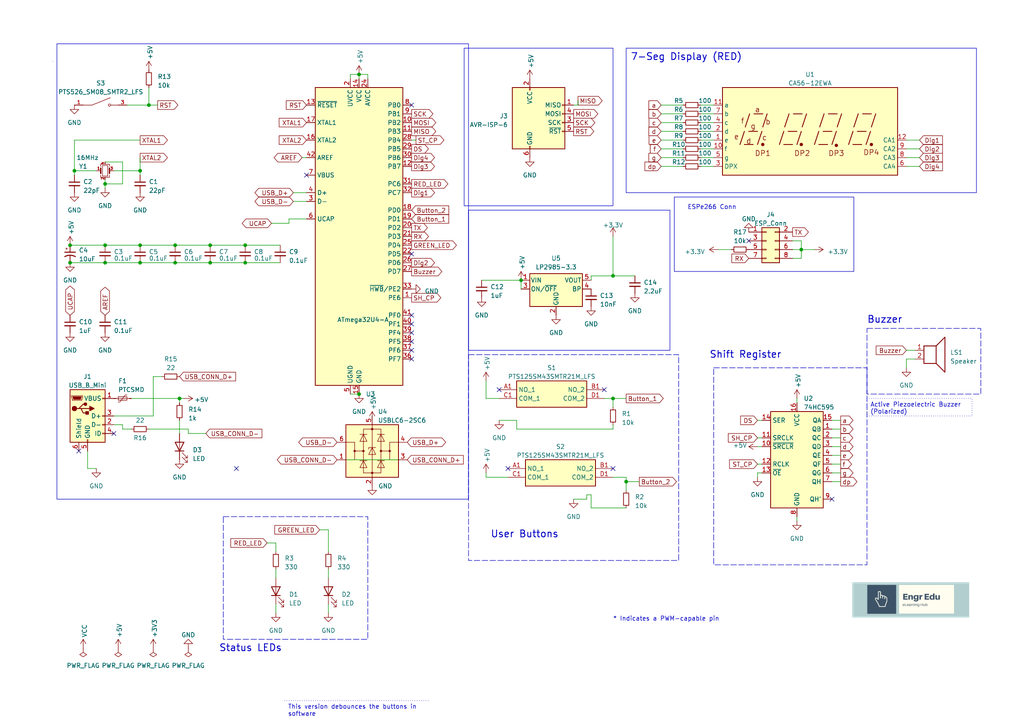
<source format=kicad_sch>
(kicad_sch (version 20230121) (generator eeschema)
  (paper "A4")
  (title_block (title "Arduino Uno Shield") (date "2023-03-22") (rev "1.0"))
  (junction (at 71.12 71.12))
  (junction (at 50.8 76.2))
  (junction (at 21.59 49.53))
  (junction (at 30.48 76.2))
  (junction (at 60.96 71.12))
  (junction (at 30.48 71.12))
  (junction (at 232.41 72.39))
  (junction (at 50.8 71.12))
  (junction (at 60.96 76.2))
  (junction (at 181.61 139.7))
  (junction (at 104.14 114.3))
  (junction (at 40.64 49.53))
  (junction (at 40.64 76.2))
  (junction (at 40.64 71.12))
  (junction (at 71.12 76.2))
  (junction (at 20.32 76.2))
  (junction (at 104.14 21.59))
  (junction (at 151.13 81.28))
  (junction (at 43.18 30.48))
  (junction (at 30.48 53.34))
  (junction (at 20.32 71.12))
  (junction (at 177.8 115.57))
  (junction (at 52.07 115.57))
  (junction (at 177.8 80.01))
  (no_connect (at 119.38 93.98))
  (no_connect (at 241.3 144.78))
  (no_connect (at 119.38 96.52))
  (no_connect (at 144.78 113.03))
  (no_connect (at 217.17 69.85))
  (no_connect (at 22.86 130.81))
  (no_connect (at 177.8 135.89))
  (no_connect (at 119.38 91.44))
  (no_connect (at 119.38 73.66))
  (no_connect (at 175.26 113.03))
  (no_connect (at 88.9 50.8))
  (no_connect (at 147.32 135.89))
  (no_connect (at 119.38 101.6))
  (no_connect (at 119.38 99.06))
  (no_connect (at 68.58 135.89))
  (no_connect (at 119.38 104.14))
  (no_connect (at 33.02 125.73))
  (no_connect (at 119.38 30.48))
  (wire (pts (xy 171.45 80.01) (xy 171.45 81.28)))
  (wire (pts (xy 44.45 120.65) (xy 44.45 109.22)))
  (wire (pts (xy 177.8 68.58) (xy 177.8 80.01)))
  (wire (pts (xy 231.14 149.86) (xy 231.14 151.13)))
  (wire (pts (xy 181.61 139.7) (xy 181.61 142.24)))
  (wire (pts (xy 203.2 35.56) (xy 207.01 35.56)))
  (wire (pts (xy 35.56 123.19) (xy 35.56 124.46)))
  (wire (pts (xy 20.32 76.2) (xy 30.48 76.2)))
  (wire (pts (xy 21.59 40.64) (xy 40.64 40.64)))
  (wire (pts (xy 30.48 53.34) (xy 30.48 52.07)))
  (wire (pts (xy 262.89 104.14) (xy 262.89 106.68)))
  (wire (pts (xy 71.12 76.2) (xy 81.28 76.2)))
  (wire (pts (xy 241.3 121.92) (xy 243.84 121.92)))
  (wire (pts (xy 232.41 72.39) (xy 232.41 74.93)))
  (wire (pts (xy 50.8 71.12) (xy 60.96 71.12)))
  (wire (pts (xy 181.61 139.7) (xy 185.42 139.7)))
  (wire (pts (xy 104.14 21.59) (xy 104.14 22.86)))
  (wire (pts (xy 144.78 115.57) (xy 140.97 115.57)))
  (wire (pts (xy 177.8 115.57) (xy 177.8 118.11)))
  (wire (pts (xy 80.01 165.1) (xy 80.01 167.64)))
  (wire (pts (xy 27.94 135.89) (xy 25.4 135.89)))
  (wire (pts (xy 151.13 83.82) (xy 151.13 81.28)))
  (wire (pts (xy 38.1 115.57) (xy 52.07 115.57)))
  (wire (pts (xy 106.68 22.86) (xy 106.68 21.59)))
  (wire (pts (xy 60.96 71.12) (xy 71.12 71.12)))
  (wire (pts (xy 219.71 127) (xy 220.98 127)))
  (wire (pts (xy 118.11 133.35) (xy 97.79 133.35)))
  (wire (pts (xy 177.8 80.01) (xy 171.45 80.01)))
  (wire (pts (xy 85.09 58.42) (xy 88.9 58.42)))
  (wire (pts (xy 52.07 116.84) (xy 52.07 115.57)))
  (wire (pts (xy 107.95 120.65) (xy 107.95 121.92)))
  (wire (pts (xy 83.82 64.77) (xy 83.82 63.5)))
  (wire (pts (xy 21.59 49.53) (xy 21.59 50.8)))
  (wire (pts (xy 191.77 35.56) (xy 198.12 35.56)))
  (wire (pts (xy 262.89 101.6) (xy 265.43 101.6)))
  (wire (pts (xy 171.45 143.51) (xy 170.18 143.51)))
  (wire (pts (xy 262.89 43.18) (xy 266.7 43.18)))
  (wire (pts (xy 21.59 49.53) (xy 21.59 40.64)))
  (wire (pts (xy 95.25 153.67) (xy 95.25 160.02)))
  (wire (pts (xy 191.77 33.02) (xy 198.12 33.02)))
  (wire (pts (xy 36.83 30.48) (xy 43.18 30.48)))
  (wire (pts (xy 101.6 114.3) (xy 104.14 114.3)))
  (wire (pts (xy 27.94 49.53) (xy 21.59 49.53)))
  (wire (pts (xy 220.98 137.16) (xy 219.71 137.16)))
  (wire (pts (xy 170.18 144.78) (xy 166.37 144.78)))
  (wire (pts (xy 184.15 80.01) (xy 177.8 80.01)))
  (wire (pts (xy 120.65 40.64) (xy 119.38 40.64)))
  (wire (pts (xy 170.18 143.51) (xy 170.18 144.78)))
  (wire (pts (xy 95.25 165.1) (xy 95.25 167.64)))
  (wire (pts (xy 191.77 40.64) (xy 198.12 40.64)))
  (wire (pts (xy 231.14 115.57) (xy 231.14 116.84)))
  (wire (pts (xy 43.18 124.46) (xy 54.61 124.46)))
  (wire (pts (xy 92.71 153.67) (xy 95.25 153.67)))
  (wire (pts (xy 35.56 46.99) (xy 35.56 53.34)))
  (wire (pts (xy 30.48 46.99) (xy 35.56 46.99)))
  (wire (pts (xy 33.02 120.65) (xy 44.45 120.65)))
  (wire (pts (xy 25.4 135.89) (xy 25.4 130.81)))
  (wire (pts (xy 191.77 43.18) (xy 198.12 43.18)))
  (wire (pts (xy 219.71 121.92) (xy 220.98 121.92)))
  (wire (pts (xy 203.2 30.48) (xy 207.01 30.48)))
  (wire (pts (xy 54.61 124.46) (xy 54.61 125.73)))
  (wire (pts (xy 177.8 115.57) (xy 181.61 115.57)))
  (wire (pts (xy 229.87 72.39) (xy 232.41 72.39)))
  (wire (pts (xy 60.96 76.2) (xy 71.12 76.2)))
  (wire (pts (xy 54.61 125.73) (xy 59.69 125.73)))
  (wire (pts (xy 181.61 138.43) (xy 181.61 139.7)))
  (wire (pts (xy 95.25 175.26) (xy 95.25 177.8)))
  (wire (pts (xy 241.3 134.62) (xy 243.84 134.62)))
  (wire (pts (xy 262.89 45.72) (xy 266.7 45.72)))
  (wire (pts (xy 219.71 129.54) (xy 220.98 129.54)))
  (wire (pts (xy 203.2 38.1) (xy 207.01 38.1)))
  (wire (pts (xy 175.26 115.57) (xy 177.8 115.57)))
  (wire (pts (xy 83.82 63.5) (xy 88.9 63.5)))
  (wire (pts (xy 139.7 81.28) (xy 151.13 81.28)))
  (wire (pts (xy 101.6 21.59) (xy 104.14 21.59)))
  (wire (pts (xy 191.77 48.26) (xy 198.12 48.26)))
  (wire (pts (xy 265.43 104.14) (xy 262.89 104.14)))
  (wire (pts (xy 43.18 30.48) (xy 45.72 30.48)))
  (wire (pts (xy 44.45 109.22) (xy 46.99 109.22)))
  (wire (pts (xy 149.86 121.92) (xy 144.78 121.92)))
  (wire (pts (xy 33.02 123.19) (xy 35.56 123.19)))
  (wire (pts (xy 167.64 30.48) (xy 166.37 30.48)))
  (wire (pts (xy 208.28 72.39) (xy 212.09 72.39)))
  (wire (pts (xy 236.22 72.39) (xy 232.41 72.39)))
  (wire (pts (xy 167.64 30.48) (xy 167.64 29.21)))
  (wire (pts (xy 43.18 25.4) (xy 43.18 30.48)))
  (wire (pts (xy 219.71 137.16) (xy 219.71 138.43)))
  (wire (pts (xy 203.2 45.72) (xy 207.01 45.72)))
  (wire (pts (xy 177.8 124.46) (xy 177.8 123.19)))
  (wire (pts (xy 241.3 127) (xy 243.84 127)))
  (wire (pts (xy 203.2 33.02) (xy 207.01 33.02)))
  (wire (pts (xy 191.77 38.1) (xy 198.12 38.1)))
  (wire (pts (xy 232.41 69.85) (xy 232.41 72.39)))
  (wire (pts (xy 203.2 43.18) (xy 207.01 43.18)))
  (wire (pts (xy 40.64 71.12) (xy 50.8 71.12)))
  (wire (pts (xy 149.86 124.46) (xy 149.86 121.92)))
  (wire (pts (xy 40.64 76.2) (xy 50.8 76.2)))
  (wire (pts (xy 241.3 129.54) (xy 243.84 129.54)))
  (wire (pts (xy 171.45 147.32) (xy 181.61 147.32)))
  (wire (pts (xy 78.74 64.77) (xy 83.82 64.77)))
  (wire (pts (xy 262.89 48.26) (xy 266.7 48.26)))
  (wire (pts (xy 241.3 132.08) (xy 243.84 132.08)))
  (wire (pts (xy 40.64 49.53) (xy 40.64 50.8)))
  (wire (pts (xy 140.97 115.57) (xy 140.97 110.49)))
  (wire (pts (xy 106.68 21.59) (xy 104.14 21.59)))
  (wire (pts (xy 241.3 124.46) (xy 243.84 124.46)))
  (wire (pts (xy 50.8 76.2) (xy 60.96 76.2)))
  (wire (pts (xy 232.41 74.93) (xy 229.87 74.93)))
  (wire (pts (xy 229.87 69.85) (xy 232.41 69.85)))
  (wire (pts (xy 171.45 147.32) (xy 171.45 143.51)))
  (wire (pts (xy 40.64 45.72) (xy 40.64 49.53)))
  (wire (pts (xy 191.77 30.48) (xy 198.12 30.48)))
  (wire (pts (xy 191.77 45.72) (xy 198.12 45.72)))
  (wire (pts (xy 53.34 115.57) (xy 52.07 115.57)))
  (wire (pts (xy 30.48 53.34) (xy 30.48 54.61)))
  (wire (pts (xy 80.01 157.48) (xy 80.01 160.02)))
  (wire (pts (xy 80.01 175.26) (xy 80.01 177.8)))
  (wire (pts (xy 71.12 71.12) (xy 81.28 71.12)))
  (wire (pts (xy 35.56 124.46) (xy 38.1 124.46)))
  (wire (pts (xy 140.97 138.43) (xy 140.97 137.16)))
  (wire (pts (xy 35.56 53.34) (xy 30.48 53.34)))
  (wire (pts (xy 149.86 124.46) (xy 177.8 124.46)))
  (wire (pts (xy 52.07 121.92) (xy 52.07 125.73)))
  (wire (pts (xy 30.48 71.12) (xy 40.64 71.12)))
  (wire (pts (xy 33.02 49.53) (xy 40.64 49.53)))
  (wire (pts (xy 101.6 22.86) (xy 101.6 21.59)))
  (wire (pts (xy 203.2 40.64) (xy 207.01 40.64)))
  (wire (pts (xy 181.61 138.43) (xy 177.8 138.43)))
  (wire (pts (xy 241.3 139.7) (xy 243.84 139.7)))
  (wire (pts (xy 85.09 55.88) (xy 88.9 55.88)))
  (wire (pts (xy 20.32 71.12) (xy 30.48 71.12)))
  (wire (pts (xy 30.48 76.2) (xy 40.64 76.2)))
  (wire (pts (xy 262.89 40.64) (xy 266.7 40.64)))
  (wire (pts (xy 147.32 138.43) (xy 140.97 138.43)))
  (wire (pts (xy 219.71 134.62) (xy 220.98 134.62)))
  (wire (pts (xy 87.63 45.72) (xy 88.9 45.72)))
  (wire (pts (xy 77.47 157.48) (xy 80.01 157.48)))
  (wire (pts (xy 241.3 137.16) (xy 243.84 137.16)))
  (wire (pts (xy 203.2 48.26) (xy 207.01 48.26)))
  (rectangle (start 135.89 60.96) (end 194.31 101.6))
  (rectangle (start 195.58 57.15) (end 247.65 78.74))
  (rectangle (start 283.21 55.88) (end 181.61 13.97))
  (rectangle (start 64.77 149.86) (end 106.68 185.42) (stroke (width 0) (type dash)))
  (rectangle (start 15.24 17.78) (end 15.24 17.78))
  (rectangle (start 251.46 95.25) (end 284.48 114.3) (stroke (width 0) (type dash)))
  (rectangle (start 135.89 102.87) (end 196.85 162.56) (stroke (width 0) (type dash)))
  (rectangle (start 134.62 13.97) (end 177.8 59.69))
  (rectangle (start 207.01 106.68) (end 251.46 163.83) (stroke (width 0) (type dash)))
  (rectangle (start 16.51 12.7) (end 135.89 144.78))
  (image (at 264.16 173.99) (scale 0.800628))
  (text_box "Active Piezoelectric Buzzer (Polarized)" (at 251.46 115.57 0) (size 30.48 5.08) (stroke (width 0) (type dot)) (effects (font (size 1.27 1.27)) (justify left top)))
  (text_box "This version debounces the buttons in software" (at 82.55 203.2 0) (size 41.91 0) (stroke (width 0) (type dot)) (effects (font (size 1.27 1.27)) (justify left top)))
  (text "Shift Register" (at 205.74 104.14 0) (effects (font (size 2 2) (thickness 0.254) bold) (justify left bottom)))
  (text "ESPe266 Conn" (at 199.39 60.96 0) (effects (font (size 1.27 1.27)) (justify left bottom)))
  (text "Status LEDs" (at 63.5 189.23 0) (effects (font (size 2 2) (thickness 0.254) bold) (justify left bottom)))
  (text "User Buttons" (at 142.24 156.21 0) (effects (font (size 2 2) (thickness 0.254) bold) (justify left bottom)))
  (text "Buzzer" (at 251.46 93.98 0) (effects (font (size 2 2) (thickness 0.254) bold) (justify left bottom)))
  (text "* Indicates a PWM-capable pin" (at 177.8 180.34 0) (effects (font (size 1.27 1.27)) (justify left bottom)))
  (text "7-Seg Display (RED)" (at 182.88 17.78 0) (effects (font (size 2 2) (thickness 0.254) bold) (justify left bottom)))
  (global_label "TX" (shape output) (at 119.38 66.04 0) (property "Intersheetrefs" "${INTERSHEET_REFS}" (effects hide)))
  (global_label "MISO" (shape output) (at 167.64 29.21 0) (property "Intersheetrefs" "${INTERSHEET_REFS}" (effects hide)))
  (global_label "e" (shape output) (at 243.84 132.08 0) (property "Intersheetrefs" "${INTERSHEET_REFS}" (effects hide)))
  (global_label "Button_1" (shape output) (at 181.61 115.57 0) (property "Intersheetrefs" "${INTERSHEET_REFS}" (effects hide)))
  (global_label "RST" (shape output) (at 45.72 30.48 0) (property "Intersheetrefs" "${INTERSHEET_REFS}" (effects hide)))
  (global_label "Button_1" (shape input) (at 119.38 63.5 0) (property "Intersheetrefs" "${INTERSHEET_REFS}" (effects hide)))
  (global_label "USB_CONN_D-" (shape input) (at 59.69 125.73 0) (property "Intersheetrefs" "${INTERSHEET_REFS}" (effects hide)))
  (global_label "SCK" (shape output) (at 166.37 35.56 0) (property "Intersheetrefs" "${INTERSHEET_REFS}" (effects hide)))
  (global_label "XTAL2" (shape input) (at 88.9 40.64 180) (property "Intersheetrefs" "${INTERSHEET_REFS}" (effects hide)))
  (global_label "g" (shape output) (at 243.84 137.16 0) (property "Intersheetrefs" "${INTERSHEET_REFS}" (effects hide)))
  (global_label "dp" (shape output) (at 243.84 139.7 0) (property "Intersheetrefs" "${INTERSHEET_REFS}" (effects hide)))
  (global_label "TX" (shape output) (at 229.87 67.31 0) (property "Intersheetrefs" "${INTERSHEET_REFS}" (effects hide)))
  (global_label "RST" (shape output) (at 166.37 38.1 0) (property "Intersheetrefs" "${INTERSHEET_REFS}" (effects hide)))
  (global_label "SCK" (shape output) (at 119.38 33.02 0) (property "Intersheetrefs" "${INTERSHEET_REFS}" (effects hide)))
  (global_label "USB_D+" (shape bidirectional) (at 118.11 128.27 0) (property "Intersheetrefs" "${INTERSHEET_REFS}" (effects hide)))
  (global_label "ST_CP" (shape output) (at 120.65 40.64 0) (property "Intersheetrefs" "${INTERSHEET_REFS}" (effects hide)))
  (global_label "b" (shape input) (at 191.77 33.02 180) (property "Intersheetrefs" "${INTERSHEET_REFS}" (effects hide)))
  (global_label "USB_D-" (shape bidirectional) (at 97.79 128.27 180) (property "Intersheetrefs" "${INTERSHEET_REFS}" (effects hide)))
  (global_label "f" (shape output) (at 243.84 134.62 0) (property "Intersheetrefs" "${INTERSHEET_REFS}" (effects hide)))
  (global_label "ST_CP" (shape input) (at 219.71 134.62 180) (property "Intersheetrefs" "${INTERSHEET_REFS}" (effects hide)))
  (global_label "d" (shape input) (at 191.77 38.1 180) (property "Intersheetrefs" "${INTERSHEET_REFS}" (effects hide)))
  (global_label "USB_CONN_D+" (shape input) (at 118.11 133.35 0) (property "Intersheetrefs" "${INTERSHEET_REFS}" (effects hide)))
  (global_label "UCAP" (shape bidirectional) (at 20.32 91.44 90) (property "Intersheetrefs" "${INTERSHEET_REFS}" (effects hide)))
  (global_label "a" (shape input) (at 191.77 30.48 180) (property "Intersheetrefs" "${INTERSHEET_REFS}" (effects hide)))
  (global_label "RX" (shape input) (at 217.17 74.93 180) (property "Intersheetrefs" "${INTERSHEET_REFS}" (effects hide)))
  (global_label "USB_CONN_D+" (shape input) (at 52.07 109.22 0) (property "Intersheetrefs" "${INTERSHEET_REFS}" (effects hide)))
  (global_label "USB_CONN_D-" (shape bidirectional) (at 97.79 133.35 180) (property "Intersheetrefs" "${INTERSHEET_REFS}" (effects hide)))
  (global_label "c" (shape output) (at 243.84 127 0) (property "Intersheetrefs" "${INTERSHEET_REFS}" (effects hide)))
  (global_label "Dig1" (shape output) (at 119.38 55.88 0) (property "Intersheetrefs" "${INTERSHEET_REFS}" (effects hide)))
  (global_label "XTAL2" (shape output) (at 40.64 45.72 0) (property "Intersheetrefs" "${INTERSHEET_REFS}" (effects hide)))
  (global_label "Buzzer" (shape output) (at 119.38 78.74 0) (property "Intersheetrefs" "${INTERSHEET_REFS}" (effects hide)))
  (global_label "g" (shape input) (at 191.77 45.72 180) (property "Intersheetrefs" "${INTERSHEET_REFS}" (effects hide)))
  (global_label "Button_2" (shape input) (at 119.38 60.96 0) (property "Intersheetrefs" "${INTERSHEET_REFS}" (effects hide)))
  (global_label "Dig1" (shape input) (at 266.7 40.64 0) (property "Intersheetrefs" "${INTERSHEET_REFS}" (effects hide)))
  (global_label "Dig4" (shape output) (at 119.38 45.72 0) (property "Intersheetrefs" "${INTERSHEET_REFS}" (effects hide)))
  (global_label "USB_D+" (shape bidirectional) (at 85.09 55.88 180) (property "Intersheetrefs" "${INTERSHEET_REFS}" (effects hide)))
  (global_label "GREEN_LED" (shape input) (at 92.71 153.67 180) (property "Intersheetrefs" "${INTERSHEET_REFS}" (effects hide)))
  (global_label "a" (shape output) (at 243.84 121.92 0) (property "Intersheetrefs" "${INTERSHEET_REFS}" (effects hide)))
  (global_label "SH_CP" (shape output) (at 119.38 86.36 0) (property "Intersheetrefs" "${INTERSHEET_REFS}" (effects hide)))
  (global_label "MISO" (shape output) (at 119.38 38.1 0) (property "Intersheetrefs" "${INTERSHEET_REFS}" (effects hide)))
  (global_label "Dig2" (shape input) (at 266.7 43.18 0) (property "Intersheetrefs" "${INTERSHEET_REFS}" (effects hide)))
  (global_label "Dig3" (shape output) (at 119.38 48.26 0) (property "Intersheetrefs" "${INTERSHEET_REFS}" (effects hide)))
  (global_label "DS" (shape input) (at 219.71 121.92 180) (property "Intersheetrefs" "${INTERSHEET_REFS}" (effects hide)))
  (global_label "SH_CP" (shape input) (at 219.71 127 180) (property "Intersheetrefs" "${INTERSHEET_REFS}" (effects hide)))
  (global_label "Button_2" (shape output) (at 185.42 139.7 0) (property "Intersheetrefs" "${INTERSHEET_REFS}" (effects hide)))
  (global_label "Dig4" (shape input) (at 266.7 48.26 0) (property "Intersheetrefs" "${INTERSHEET_REFS}" (effects hide)))
  (global_label "UCAP" (shape bidirectional) (at 78.74 64.77 180) (property "Intersheetrefs" "${INTERSHEET_REFS}" (effects hide)))
  (global_label "RX" (shape output) (at 119.38 68.58 0) (property "Intersheetrefs" "${INTERSHEET_REFS}" (effects hide)))
  (global_label "AREF" (shape bidirectional) (at 87.63 45.72 180) (property "Intersheetrefs" "${INTERSHEET_REFS}" (effects hide)))
  (global_label "MOSI" (shape output) (at 119.38 35.56 0) (property "Intersheetrefs" "${INTERSHEET_REFS}" (effects hide)))
  (global_label "c" (shape input) (at 191.77 35.56 180) (property "Intersheetrefs" "${INTERSHEET_REFS}" (effects hide)))
  (global_label "Dig2" (shape output) (at 119.38 76.2 0) (property "Intersheetrefs" "${INTERSHEET_REFS}" (effects hide)))
  (global_label "MOSI" (shape output) (at 166.37 33.02 0) (property "Intersheetrefs" "${INTERSHEET_REFS}" (effects hide)))
  (global_label "dp" (shape input) (at 191.77 48.26 180) (property "Intersheetrefs" "${INTERSHEET_REFS}" (effects hide)))
  (global_label "XTAL1" (shape output) (at 40.64 40.64 0) (property "Intersheetrefs" "${INTERSHEET_REFS}" (effects hide)))
  (global_label "AREF" (shape bidirectional) (at 30.48 91.44 90) (property "Intersheetrefs" "${INTERSHEET_REFS}" (effects hide)))
  (global_label "RST" (shape input) (at 88.9 30.48 180) (property "Intersheetrefs" "${INTERSHEET_REFS}" (effects hide)))
  (global_label "Dig3" (shape input) (at 266.7 45.72 0) (property "Intersheetrefs" "${INTERSHEET_REFS}" (effects hide)))
  (global_label "Buzzer" (shape input) (at 262.89 101.6 180) (property "Intersheetrefs" "${INTERSHEET_REFS}" (effects hide)))
  (global_label "RED_LED" (shape output) (at 119.38 53.34 0) (property "Intersheetrefs" "${INTERSHEET_REFS}" (effects hide)))
  (global_label "d" (shape output) (at 243.84 129.54 0) (property "Intersheetrefs" "${INTERSHEET_REFS}" (effects hide)))
  (global_label "XTAL1" (shape input) (at 88.9 35.56 180) (property "Intersheetrefs" "${INTERSHEET_REFS}" (effects hide)))
  (global_label "e" (shape input) (at 191.77 40.64 180) (property "Intersheetrefs" "${INTERSHEET_REFS}" (effects hide)))
  (global_label "DS" (shape output) (at 119.38 43.18 0) (property "Intersheetrefs" "${INTERSHEET_REFS}" (effects hide)))
  (global_label "GREEN_LED" (shape output) (at 119.38 71.12 0) (property "Intersheetrefs" "${INTERSHEET_REFS}" (effects hide)))
  (global_label "f" (shape input) (at 191.77 43.18 180) (property "Intersheetrefs" "${INTERSHEET_REFS}" (effects hide)))
  (global_label "b" (shape output) (at 243.84 124.46 0) (property "Intersheetrefs" "${INTERSHEET_REFS}" (effects hide)))
  (global_label "RED_LED" (shape input) (at 77.47 157.48 180) (property "Intersheetrefs" "${INTERSHEET_REFS}" (effects hide)))
  (global_label "USB_D-" (shape bidirectional) (at 85.09 58.42 180) (property "Intersheetrefs" "${INTERSHEET_REFS}" (effects hide)))
  (symbol (lib_id "power:GND") (at 21.59 30.48 0) (unit 1)
    (property "Reference" "#PWR01" (effects hide))
    (property "Value" "GND" (at 21.59 35.56 0))
  )
  (symbol (lib_id "power:+5V") (at 140.97 137.16 0) (unit 1)
    (property "Reference" "#PWR014" (effects hide))
    (property "Value" "+5V" (at 141.3256 134.112 90) (effects (justify left)))
  )
  (symbol (lib_name "GND_4") (lib_id "power:GND") (at 54.61 187.96 180) (unit 1)
    (property "Reference" "#PWR019" (effects hide))
    (property "Value" "GND" (at 54.61 184.15 0))
  )
  (symbol (lib_id "PTS526_SMD_Button:PTS526_SM08_SMTR2_LFS") (at 29.21 30.48 0) (unit 1)
    (property "Reference" "S3" (at 29.21 24.13 0))
    (property "Value" "PTS526_SM08_SMTR2_LFS" (at 29.21 26.67 0))
    (property "Footprint" "PTS526_SMD_Button:PTS526_SMD_Button" (effects hide))
    (property "STANDARD" "Manufacturer Recommendations" (effects hide))
    (property "MANUFACTURER" "C&K" (effects hide))
    (property "PARTREV" "20 mar 19" (effects hide))
    (property "MAXIMUM_PACKAGE_HEIGHT" "0.95mm" (effects hide))
  )
  (symbol (lib_id "74xx:74HC595") (at 231.14 132.08 0) (unit 1)
    (property "Reference" "U2" (at 233.0959 115.57 0) (effects (justify left)))
    (property "Value" "74HC595" (at 233.0959 118.11 0) (effects (justify left)))
    (property "Footprint" "Package_SO:TSSOP-16_4.4x5mm_P0.65mm" (effects hide))
    (property "Datasheet" "http://www.ti.com/lit/ds/symlink/sn74hc595.pdf" (effects hide))
  )
  (symbol (lib_id "power:PWR_FLAG") (at 24.13 187.96 180) (unit 1)
    (property "Reference" "#FLG01" (effects hide))
    (property "Value" "PWR_FLAG" (at 24.13 193.04 0))
  )
  (symbol (lib_id "power:PWR_FLAG") (at 44.45 187.96 180) (unit 1)
    (property "Reference" "#FLG03" (effects hide))
    (property "Value" "PWR_FLAG" (at 44.45 193.04 0))
  )
  (symbol (lib_id "Device:LED") (at 80.01 171.45 90) (unit 1)
    (property "Reference" "D1" (at 83.82 172.4025 90) (effects (justify right)))
    (property "Value" "LED" (at 83.82 174.9425 90) (effects (justify right)))
    (property "Footprint" "LED_SMD:LED_0805_2012Metric" (effects hide))
  )
  (symbol (lib_id "PTS125_SMD_Button:PTS125SM43SMTR21M_LFS") (at 147.32 135.89 0) (unit 1)
    (property "Reference" "S2" (at 162.56 129.54 0))
    (property "Value" "PTS125SM43SMTR21M_LFS" (at 162.56 132.08 0))
    (property "Footprint" "PTS125_SMD_Button:PTS125_SMD_Button" (effects hide))
    (property "Datasheet" "https://www.ckswitches.com/media/1462/pts125.pdf" (effects hide))
    (property "Height" "4.3" (effects hide))
    (property "Manufacturer_Name" "C & K COMPONENTS" (effects hide))
    (property "Manufacturer_Part_Number" "PTS125SM43SMTR21M LFS" (effects hide))
    (property "Mouser Part Number" "611-PTS125S43SMTRLFS" (effects hide))
    (property "Mouser Price/Stock" "https://www.mouser.co.uk/ProductDetail/CK/PTS125SM43SMTR21M-LFS?qs=t7xnP681wgUNXpRGJY2Vkw%3D%3D" (effects hide))
  )
  (symbol (lib_id "power:GND") (at 20.32 76.2 0) (unit 1)
    (property "Reference" "#PWR023" (effects hide))
    (property "Value" "GND" (at 20.32 81.28 0))
  )
  (symbol (lib_id "power:GND") (at 27.94 135.89 0) (unit 1)
    (property "Reference" "#PWR027" (effects hide))
    (property "Value" "GND" (at 27.94 140.97 0))
  )
  (symbol (lib_id "Device:C_Small") (at 20.32 93.98 0) (unit 1)
    (property "Reference" "C10" (at 22.86 93.3513 0) (effects (justify left)))
    (property "Value" "1uF" (at 22.86 95.8913 0) (effects (justify left)))
    (property "Footprint" "Capacitor_SMD:C_0201_0603Metric" (effects hide))
  )
  (symbol (lib_id "power:+3V3") (at 44.45 187.96 0) (unit 1)
    (property "Reference" "#PWR018" (effects hide))
    (property "Value" "+3.3V" (at 44.831 184.912 90) (effects (justify left)))
  )
  (symbol (lib_id "power:+5V") (at 107.95 121.92 0) (unit 1)
    (property "Reference" "#PWR030" (effects hide))
    (property "Value" "+5V" (at 108.3056 118.872 90) (effects (justify left)))
  )
  (symbol (lib_id "Device:C_Small") (at 171.45 86.36 0) (unit 1)
    (property "Reference" "C13" (at 173.99 85.7313 0) (effects (justify left)))
    (property "Value" "10nF" (at 173.99 88.2713 0) (effects (justify left)))
    (property "Footprint" "Capacitor_SMD:C_0201_0603Metric" (effects hide))
  )
  (symbol (lib_id "Device:R_Small") (at 43.18 22.86 0) (unit 1)
    (property "Reference" "R13" (at 45.72 22.225 0) (effects (justify left)))
    (property "Value" "10k" (at 45.72 24.765 0) (effects (justify left)))
    (property "Footprint" "Resistor_SMD:R_0603_1608Metric" (effects hide))
  )
  (symbol (lib_id "Device:C_Small") (at 21.59 53.34 0) (unit 1)
    (property "Reference" "C2" (at 24.13 52.7113 0) (effects (justify left)))
    (property "Value" "22pF" (at 24.13 55.2513 0) (effects (justify left)))
    (property "Footprint" "Capacitor_SMD:C_0603_1608Metric" (effects hide))
  )
  (symbol (lib_id "power:GND") (at 52.07 133.35 0) (unit 1)
    (property "Reference" "#PWR029" (effects hide))
    (property "Value" "GND" (at 52.07 138.43 0))
  )
  (symbol (lib_id "Device:R_Small") (at 200.66 38.1 90) (unit 1)
    (property "Reference" "R8" (at 196.85 36.83 90))
    (property "Value" "100" (at 204.47 36.83 90))
    (property "Footprint" "Resistor_SMD:R_0805_2012Metric" (effects hide))
  )
  (symbol (lib_id "power:+5V") (at 231.14 115.57 0) (unit 1)
    (property "Reference" "#PWR07" (effects hide))
    (property "Value" "+5V" (at 231.4956 112.522 90) (effects (justify left)))
  )
  (symbol (lib_id "power:GND") (at 107.95 140.97 0) (unit 1)
    (property "Reference" "#PWR031" (effects hide))
    (property "Value" "GND" (at 111.76 140.97 0))
  )
  (symbol (lib_id "power:GND") (at 153.67 45.72 0) (unit 1)
    (property "Reference" "#PWR033" (effects hide))
    (property "Value" "GND" (at 153.67 50.8 0))
  )
  (symbol (lib_id "power:+5V") (at 153.67 22.86 0) (unit 1)
    (property "Reference" "#PWR032" (effects hide))
    (property "Value" "+5V" (at 154.0256 19.812 90) (effects (justify left)))
  )
  (symbol (lib_id "Device:LED") (at 52.07 129.54 90) (unit 1)
    (property "Reference" "D3" (at 55.88 130.4925 90) (effects (justify right)))
    (property "Value" "LED" (at 55.88 133.0325 90) (effects (justify right)))
    (property "Footprint" "LED_SMD:LED_0805_2012Metric" (effects hide))
  )
  (symbol (lib_id "power:+5V") (at 151.13 81.28 0) (unit 1)
    (property "Reference" "#PWR038" (effects hide))
    (property "Value" "+5V" (at 151.4856 78.232 90) (effects (justify left)))
  )
  (symbol (lib_id "Device:R_Small") (at 177.8 120.65 0) (unit 1)
    (property "Reference" "R1" (at 180.34 120.015 0) (effects (justify left)))
    (property "Value" "10k" (at 180.34 122.555 0) (effects (justify left)))
    (property "Footprint" "Resistor_SMD:R_0603_1608Metric" (effects hide))
  )
  (symbol (lib_id "Device:R_Small") (at 181.61 144.78 0) (unit 1)
    (property "Reference" "R2" (at 184.15 144.145 0) (effects (justify left)))
    (property "Value" "10k" (at 184.15 146.685 0) (effects (justify left)))
    (property "Footprint" "Resistor_SMD:R_0603_1608Metric" (effects hide))
  )
  (symbol (lib_id "power:+5V") (at 20.32 71.12 0) (unit 1)
    (property "Reference" "#PWR024" (effects hide))
    (property "Value" "+5V" (at 20.6756 68.072 90) (effects (justify left)))
  )
  (symbol (lib_id "power:VCC") (at 24.13 187.96 0) (unit 1)
    (property "Reference" "#PWR011" (effects hide))
    (property "Value" "VCC" (at 24.511 184.912 90) (effects (justify left)))
  )
  (symbol (lib_id "Device:R_Small") (at 200.66 35.56 90) (unit 1)
    (property "Reference" "R7" (at 196.85 34.29 90))
    (property "Value" "100" (at 204.47 34.29 90))
    (property "Footprint" "Resistor_SMD:R_0805_2012Metric" (effects hide))
  )
  (symbol (lib_id "Device:LED") (at 95.25 171.45 90) (unit 1)
    (property "Reference" "D2" (at 99.06 172.4025 90) (effects (justify right)))
    (property "Value" "LED" (at 99.06 174.9425 90) (effects (justify right)))
    (property "Footprint" "LED_SMD:LED_0805_2012Metric" (effects hide))
  )
  (symbol (lib_name "GND_1") (lib_id "power:GND") (at 139.7 86.36 0) (unit 1)
    (property "Reference" "#PWR037" (effects hide))
    (property "Value" "GND" (at 139.7 91.44 0))
  )
  (symbol (lib_name "GND_1") (lib_id "power:GND") (at 171.45 88.9 0) (unit 1)
    (property "Reference" "#PWR039" (effects hide))
    (property "Value" "GND" (at 171.45 93.98 0))
  )
  (symbol (lib_id "power:+5V") (at 53.34 115.57 270) (unit 1)
    (property "Reference" "#PWR028" (effects hide))
    (property "Value" "+5V" (at 56.388 115.9256 90) (effects (justify left)))
  )
  (symbol (lib_id "power:PWR_FLAG") (at 54.61 187.96 180) (unit 1)
    (property "Reference" "#FLG04" (effects hide))
    (property "Value" "PWR_FLAG" (at 54.61 193.04 0))
  )
  (symbol (lib_id "Device:R_Small") (at 200.66 43.18 90) (unit 1)
    (property "Reference" "R10" (at 196.85 41.91 90))
    (property "Value" "100" (at 204.47 41.91 90))
    (property "Footprint" "Resistor_SMD:R_0805_2012Metric" (effects hide))
  )
  (symbol (lib_id "power:+5V") (at 43.18 20.32 0) (unit 1)
    (property "Reference" "#PWR02" (effects hide))
    (property "Value" "+5V" (at 43.5356 17.272 90) (effects (justify left)))
  )
  (symbol (lib_id "Device:R_Small") (at 52.07 119.38 0) (unit 1)
    (property "Reference" "R14" (at 54.61 118.745 0) (effects (justify left)))
    (property "Value" "1k" (at 54.61 121.285 0) (effects (justify left)))
    (property "Footprint" "Resistor_SMD:R_0805_2012Metric" (effects hide))
  )
  (symbol (lib_id "Connector_Generic:Conn_02x04_Odd_Even") (at 222.25 69.85 0) (unit 1)
    (property "Reference" "J4" (at 223.52 62.23 0))
    (property "Value" "ESP_Conn" (at 223.52 64.77 0))
    (property "Footprint" "Connector_PinSocket_2.54mm:PinSocket_2x04_P2.54mm_Vertical" (effects hide))
  )
  (symbol (lib_id "Device:C_Polarized_Small_US") (at 20.32 73.66 0) (unit 1)
    (property "Reference" "C4" (at 22.86 72.5932 0) (effects (justify left)))
    (property "Value" "10uF" (at 22.86 75.1332 0) (effects (justify left)))
    (property "Footprint" "Capacitor_SMD:C_0603_1608Metric" (effects hide))
  )
  (symbol (lib_id "power:+3.3V") (at 177.8 68.58 0) (unit 1)
    (property "Reference" "#PWR041" (effects hide))
    (property "Value" "+3.3V" (at 177.8 65.3067 0))
  )
  (symbol (lib_id "Connector:AVR-ISP-6") (at 156.21 35.56 0) (unit 1)
    (property "Reference" "J3" (at 147.32 33.655 0) (effects (justify right)))
    (property "Value" "AVR-ISP-6" (at 147.32 36.195 0) (effects (justify right)))
    (property "Footprint" "Connector_PinHeader_2.54mm:PinHeader_2x03_P2.54mm_Vertical" (effects hide))
    (property "Datasheet" " ~" (effects hide))
  )
  (symbol (lib_id "PTS125_SMD_Button:PTS125SM43SMTR21M_LFS") (at 144.78 113.03 0) (unit 1)
    (property "Reference" "S1" (at 160.02 106.68 0))
    (property "Value" "PTS125SM43SMTR21M_LFS" (at 160.02 109.22 0))
    (property "Footprint" "PTS125_SMD_Button:PTS125_SMD_Button" (effects hide))
    (property "Datasheet" "https://www.ckswitches.com/media/1462/pts125.pdf" (effects hide))
    (property "Height" "4.3" (effects hide))
    (property "Manufacturer_Name" "C & K COMPONENTS" (effects hide))
    (property "Manufacturer_Part_Number" "PTS125SM43SMTR21M LFS" (effects hide))
    (property "Mouser Part Number" "611-PTS125S43SMTRLFS" (effects hide))
    (property "Mouser Price/Stock" "https://www.mouser.co.uk/ProductDetail/CK/PTS125SM43SMTR21M-LFS?qs=t7xnP681wgUNXpRGJY2Vkw%3D%3D" (effects hide))
  )
  (symbol (lib_id "Device:R_Small") (at 80.01 162.56 0) (unit 1)
    (property "Reference" "R3" (at 82.55 161.925 0) (effects (justify left)))
    (property "Value" "330" (at 82.55 164.465 0) (effects (justify left)))
    (property "Footprint" "Resistor_SMD:R_0805_2012Metric" (effects hide))
  )
  (symbol (lib_id "Power_Protection:USBLC6-2SC6") (at 107.95 130.81 0) (unit 1)
    (property "Reference" "U4" (at 109.6011 119.38 0) (effects (justify left)))
    (property "Value" "USBLC6-2SC6" (at 109.6011 121.92 0) (effects (justify left)))
    (property "Footprint" "Package_TO_SOT_SMD:SOT-23-6" (effects hide))
    (property "Datasheet" "https://www.st.com/resource/en/datasheet/usblc6-2.pdf" (effects hide))
  )
  (symbol (lib_name "GND_1") (lib_id "power:GND") (at 166.37 144.78 0) (unit 1)
    (property "Reference" "#PWR015" (effects hide))
    (property "Value" "GND" (at 166.37 149.86 0))
  )
  (symbol (lib_id "Device:C_Small") (at 139.7 83.82 0) (unit 1)
    (property "Reference" "C12" (at 142.24 83.1913 0) (effects (justify left)))
    (property "Value" "1uF" (at 142.24 85.7313 0) (effects (justify left)))
    (property "Footprint" "Capacitor_SMD:C_0201_0603Metric" (effects hide))
  )
  (symbol (lib_id "Device:C_Small") (at 30.48 73.66 0) (unit 1)
    (property "Reference" "C3" (at 33.02 73.0313 0) (effects (justify left)))
    (property "Value" "0.1uF" (at 33.02 74.93 0) (effects (justify left)))
    (property "Footprint" "Capacitor_SMD:C_0805_2012Metric" (effects hide))
  )
  (symbol (lib_id "Device:R_Small") (at 40.64 124.46 90) (unit 1)
    (property "Reference" "R16" (at 40.64 127 90))
    (property "Value" "22" (at 40.64 121.92 90))
    (property "Footprint" "Resistor_SMD:R_0201_0603Metric" (effects hide))
  )
  (symbol (lib_id "Device:R_Small") (at 200.66 30.48 90) (unit 1)
    (property "Reference" "R5" (at 196.85 29.21 90))
    (property "Value" "100" (at 204.47 29.21 90))
    (property "Footprint" "Resistor_SMD:R_0805_2012Metric" (effects hide))
  )
  (symbol (lib_id "Connector:USB_B_Mini") (at 25.4 120.65 0) (unit 1)
    (property "Reference" "J1" (at 25.4 109.22 0))
    (property "Value" "USB_B_Mini" (at 25.4 111.76 0))
    (property "Footprint" "Connector_USB:USB_Mini-B_Lumberg_2486_01_Horizontal" (effects hide))
  )
  (symbol (lib_id "power:GND") (at 20.32 96.52 0) (unit 1)
    (property "Reference" "#PWR026" (effects hide))
    (property "Value" "GND" (at 20.32 101.6 0))
  )
  (symbol (lib_id "power:+5V") (at 219.71 129.54 90) (unit 1)
    (property "Reference" "#PWR09" (effects hide))
    (property "Value" "+5V" (at 216.662 129.1844 90) (effects (justify left)))
  )
  (symbol (lib_id "MCU_Microchip_ATmega:ATmega32U4-A") (at 104.14 68.58 0) (unit 1)
    (property "Reference" "U3" (at 106.0959 114.3 0) (effects (justify left)))
    (property "Value" "ATmega32U4-A" (at 97.79 92.71 0) (effects (justify left)))
    (property "Footprint" "Package_QFP:TQFP-44_10x10mm_P0.8mm" (effects hide))
    (property "Datasheet" "http://ww1.microchip.com/downloads/en/DeviceDoc/Atmel-7766-8-bit-AVR-ATmega16U4-32U4_Datasheet.pdf" (effects hide))
  )
  (symbol (lib_id "power:GND") (at 40.64 55.88 0) (unit 1)
    (property "Reference" "#PWR04" (effects hide))
    (property "Value" "GND" (at 40.64 60.96 0))
  )
  (symbol (lib_id "Device:C_Small") (at 30.48 93.98 0) (unit 1)
    (property "Reference" "C11" (at 33.02 93.3513 0) (effects (justify left)))
    (property "Value" "0.1uF" (at 33.02 95.8913 0) (effects (justify left)))
    (property "Footprint" "Capacitor_SMD:C_0201_0603Metric" (effects hide))
  )
  (symbol (lib_name "GND_1") (lib_id "power:GND") (at 219.71 138.43 0) (unit 1)
    (property "Reference" "#PWR08" (effects hide))
    (property "Value" "GND" (at 219.71 143.51 0))
  )
  (symbol (lib_id "power:+5V") (at 104.14 21.59 0) (unit 1)
    (property "Reference" "#PWR022" (effects hide))
    (property "Value" "+5V" (at 104.4956 18.542 90) (effects (justify left)))
  )
  (symbol (lib_id "Device:R_Small") (at 49.53 109.22 90) (unit 1)
    (property "Reference" "R15" (at 49.53 104.14 90))
    (property "Value" "22" (at 49.53 106.68 90))
    (property "Footprint" "Resistor_SMD:R_0603_1608Metric" (effects hide))
  )
  (symbol (lib_id "Display_Character:CA56-12EWA") (at 234.95 38.1 0) (unit 1)
    (property "Reference" "U1" (at 234.95 21.59 0))
    (property "Value" "CA56-12EWA" (at 234.95 24.13 0))
    (property "Footprint" "Display_7Segment:CA56-12EWA" (effects hide))
    (property "Datasheet" "http://cdn.sparkfun.com/datasheets/Components/LED/1LEDREDCC.pdf" (effects hide))
  )
  (symbol (lib_id "Device:C_Small") (at 40.64 73.66 0) (unit 1)
    (property "Reference" "C5" (at 43.18 73.0313 0) (effects (justify left)))
    (property "Value" "0.1uF" (at 43.18 74.93 0) (effects (justify left)))
    (property "Footprint" "Capacitor_SMD:C_0805_2012Metric" (effects hide))
  )
  (symbol (lib_id "Device:C_Small") (at 71.12 73.66 0) (unit 1)
    (property "Reference" "C8" (at 73.66 73.0313 0) (effects (justify left)))
    (property "Value" "0.1uF" (at 73.66 74.93 0) (effects (justify left)))
    (property "Footprint" "Capacitor_SMD:C_0805_2012Metric" (effects hide))
  )
  (symbol (lib_id "power:GND") (at 21.59 55.88 0) (unit 1)
    (property "Reference" "#PWR05" (effects hide))
    (property "Value" "GND" (at 21.59 60.96 0))
  )
  (symbol (lib_id "Device:C_Small") (at 40.64 53.34 0) (unit 1)
    (property "Reference" "C1" (at 43.18 52.7113 0) (effects (justify left)))
    (property "Value" "22pF" (at 43.18 55.2513 0) (effects (justify left)))
    (property "Footprint" "Capacitor_SMD:C_0603_1608Metric" (effects hide))
  )
  (symbol (lib_name "GND_2") (lib_id "power:GND") (at 95.25 177.8 0) (unit 1)
    (property "Reference" "#PWR020" (effects hide))
    (property "Value" "GND" (at 95.25 182.88 0))
  )
  (symbol (lib_id "Device:R_Small") (at 200.66 45.72 90) (unit 1)
    (property "Reference" "R11" (at 196.85 44.45 90))
    (property "Value" "100" (at 204.47 44.45 90))
    (property "Footprint" "Resistor_SMD:R_0805_2012Metric" (effects hide))
  )
  (symbol (lib_id "Device:R_Small") (at 95.25 162.56 0) (unit 1)
    (property "Reference" "R4" (at 97.79 161.925 0) (effects (justify left)))
    (property "Value" "330" (at 97.79 164.465 0) (effects (justify left)))
    (property "Footprint" "Resistor_SMD:R_0805_2012Metric" (effects hide))
  )
  (symbol (lib_name "GND_4") (lib_id "power:GND") (at 104.14 114.3 0) (unit 1)
    (property "Reference" "#PWR021" (effects hide))
    (property "Value" "GND" (at 104.14 119.38 0))
  )
  (symbol (lib_id "Device:R_Small") (at 200.66 33.02 90) (unit 1)
    (property "Reference" "R6" (at 196.85 31.75 90))
    (property "Value" "100" (at 204.47 31.75 90))
    (property "Footprint" "Resistor_SMD:R_0805_2012Metric" (effects hide))
  )
  (symbol (lib_name "GND_1") (lib_id "power:GND") (at 262.89 106.68 0) (unit 1)
    (property "Reference" "#PWR016" (effects hide))
    (property "Value" "GND" (at 262.89 111.76 0))
  )
  (symbol (lib_name "GND_1") (lib_id "power:GND") (at 119.38 83.82 90) (unit 1)
    (property "Reference" "#PWR043" (effects hide))
    (property "Value" "GND" (at 123.19 84.455 90) (effects (justify right)))
  )
  (symbol (lib_id "power:+3.3V") (at 208.28 72.39 90) (unit 1)
    (property "Reference" "#PWR035" (effects hide))
    (property "Value" "+3.3V" (at 204.47 73.025 90) (effects (justify left)))
  )
  (symbol (lib_id "Regulator_Linear:LP2985-3.3") (at 161.29 83.82 0) (unit 1)
    (property "Reference" "U5" (at 161.29 74.93 0))
    (property "Value" "LP2985-3.3" (at 161.29 77.47 0))
    (property "Footprint" "Package_TO_SOT_SMD:SOT-23-5" (effects hide))
    (property "Datasheet" "http://www.ti.com/lit/ds/symlink/lp2985.pdf" (effects hide))
  )
  (symbol (lib_name "GND_3") (lib_id "power:GND") (at 231.14 151.13 0) (unit 1)
    (property "Reference" "#PWR06" (effects hide))
    (property "Value" "GND" (at 231.14 156.21 0))
  )
  (symbol (lib_name "GND_1") (lib_id "power:GND") (at 161.29 91.44 0) (unit 1)
    (property "Reference" "#PWR040" (effects hide))
    (property "Value" "GND" (at 161.29 96.52 0))
  )
  (symbol (lib_id "power:+5V") (at 34.29 187.96 0) (unit 1)
    (property "Reference" "#PWR017" (effects hide))
    (property "Value" "+5V" (at 34.6456 184.912 90) (effects (justify left)))
  )
  (symbol (lib_id "Device:C_Small") (at 60.96 73.66 0) (unit 1)
    (property "Reference" "C7" (at 63.5 73.0313 0) (effects (justify left)))
    (property "Value" "0.1uF" (at 63.5 74.93 0) (effects (justify left)))
    (property "Footprint" "Capacitor_SMD:C_0805_2012Metric" (effects hide))
  )
  (symbol (lib_id "Device:C_Small") (at 50.8 73.66 0) (unit 1)
    (property "Reference" "C6" (at 53.34 73.0313 0) (effects (justify left)))
    (property "Value" "0.1uF" (at 53.34 74.93 0) (effects (justify left)))
    (property "Footprint" "Capacitor_SMD:C_0805_2012Metric" (effects hide))
  )
  (symbol (lib_id "power:GND") (at 30.48 96.52 0) (unit 1)
    (property "Reference" "#PWR025" (effects hide))
    (property "Value" "GND" (at 30.48 101.6 0))
  )
  (symbol (lib_id "Device:R_Small") (at 200.66 40.64 90) (unit 1)
    (property "Reference" "R9" (at 196.85 39.37 90))
    (property "Value" "100" (at 204.47 39.37 90))
    (property "Footprint" "Resistor_SMD:R_0805_2012Metric" (effects hide))
  )
  (symbol (lib_id "Device:Speaker") (at 270.51 101.6 0) (unit 1)
    (property "Reference" "LS1" (at 275.59 102.235 0) (effects (justify left)))
    (property "Value" "Speaker" (at 275.59 104.775 0) (effects (justify left)))
    (property "Footprint" "Buzzer_Beeper:Buzzer_12x9.5RM7.6" (effects hide))
    (property "Datasheet" "https://www.digikey.com/en/products/detail/cui-devices/CMI-1295IC-0585T/11674150?utm_adgroup=Alarms%2C%20Buzzers%2C%20and%20Sirens&utm_source=google&utm_medium=cpc&utm_campaign=Shopping_Product_Audio%20Products_NEW&utm_term=&utm_content=Alarms%2C%20Buzzers%2C%20and%20Sirens&gclid=CjwKCAjwzuqgBhAcEiwAdj5dRt8nz1IuytFLjx3uwWgVUeIhfTmZ3ysWix6dXCToN1KqcPwJXCrWqhoCtbEQAvD_BwE" (effects hide))
  )
  (symbol (lib_name "GND_4") (lib_id "power:GND") (at 217.17 67.31 180) (unit 1)
    (property "Reference" "#PWR034" (effects hide))
    (property "Value" "GND" (at 217.17 63.5 0))
  )
  (symbol (lib_id "Device:Crystal_GND24_Small") (at 30.48 49.53 0) (unit 1)
    (property "Reference" "Y1" (at 24.13 48.26 0))
    (property "Value" "16MHz" (at 25.4 45.72 0))
    (property "Footprint" "Crystal:Crystal_SMD_Abracon_ABM8G-4Pin_3.2x2.5mm" (effects hide))
  )
  (symbol (lib_id "power:PWR_FLAG") (at 34.29 187.96 180) (unit 1)
    (property "Reference" "#FLG02" (effects hide))
    (property "Value" "PWR_FLAG" (at 34.29 193.04 0))
  )
  (symbol (lib_id "power:+3.3V") (at 236.22 72.39 270) (unit 1)
    (property "Reference" "#PWR036" (effects hide))
    (property "Value" "+3.3V" (at 240.03 73.025 90) (effects (justify left)))
  )
  (symbol (lib_id "power:+5V") (at 140.97 110.49 0) (unit 1)
    (property "Reference" "#PWR013" (effects hide))
    (property "Value" "+5V" (at 141.3256 107.442 90) (effects (justify left)))
  )
  (symbol (lib_name "GND_1") (lib_id "power:GND") (at 80.01 177.8 0) (unit 1)
    (property "Reference" "#PWR010" (effects hide))
    (property "Value" "GND" (at 80.01 182.88 0))
  )
  (symbol (lib_id "power:GND") (at 30.48 54.61 0) (unit 1)
    (property "Reference" "#PWR03" (effects hide))
    (property "Value" "GND" (at 30.48 59.69 0))
  )
  (symbol (lib_id "Device:Polyfuse_Small") (at 35.56 115.57 90) (unit 1)
    (property "Reference" "F1" (at 35.56 110.49 90))
    (property "Value" "PTCSMD" (at 38.1 113.03 90))
    (property "Footprint" "Fuse:Fuse_1812_4532Metric" (effects hide))
  )
  (symbol (lib_id "Device:R_Small") (at 214.63 72.39 90) (unit 1)
    (property "Reference" "R17" (at 214.63 67.31 90))
    (property "Value" "10k" (at 214.63 69.85 90))
    (property "Footprint" "Resistor_SMD:R_0603_1608Metric" (effects hide))
  )
  (symbol (lib_id "Device:C_Small") (at 81.28 73.66 0) (unit 1)
    (property "Reference" "C9" (at 83.82 73.0313 0) (effects (justify left)))
    (property "Value" "0.1uF" (at 83.82 75.5713 0) (effects (justify left)))
    (property "Footprint" "Capacitor_SMD:C_0805_2012Metric" (effects hide))
  )
  (symbol (lib_id "Device:C_Small") (at 184.15 82.55 0) (unit 1)
    (property "Reference" "C14" (at 186.69 81.9213 0) (effects (justify left)))
    (property "Value" "2.2uF" (at 186.69 84.4613 0) (effects (justify left)))
    (property "Footprint" "Capacitor_SMD:C_0201_0603Metric" (effects hide))
  )
  (symbol (lib_id "Device:R_Small") (at 200.66 48.26 90) (unit 1)
    (property "Reference" "R12" (at 196.85 46.99 90))
    (property "Value" "100" (at 204.47 46.99 90))
    (property "Footprint" "Resistor_SMD:R_0805_2012Metric" (effects hide))
  )
  (symbol (lib_name "GND_1") (lib_id "power:GND") (at 144.78 121.92 0) (unit 1)
    (property "Reference" "#PWR012" (effects hide))
    (property "Value" "GND" (at 144.78 127 0))
  )
  (symbol (lib_name "GND_1") (lib_id "power:GND") (at 184.15 85.09 0) (unit 1)
    (property "Reference" "#PWR042" (effects hide))
    (property "Value" "GND" (at 184.15 90.17 0))
  )
)
</source>
